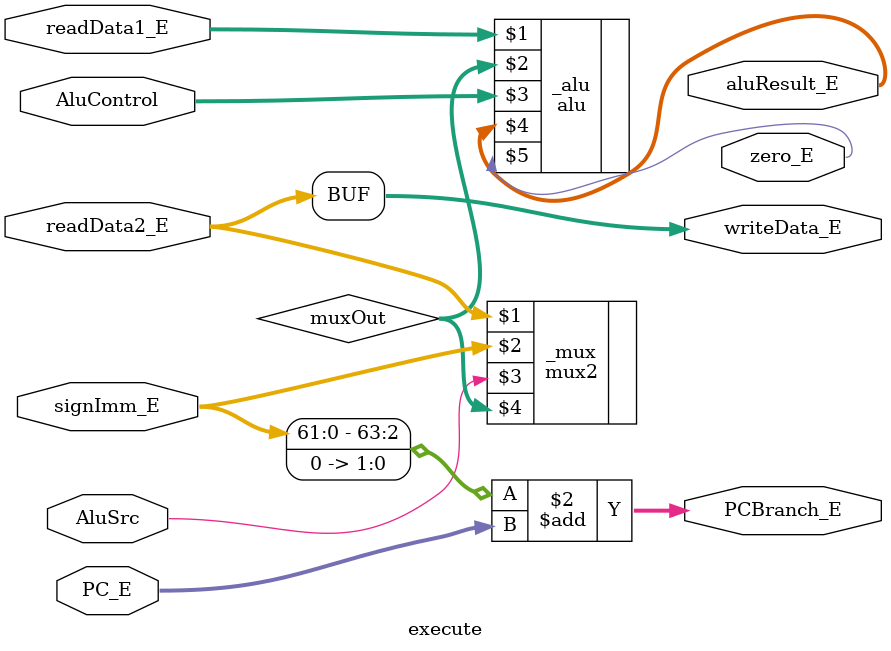
<source format=sv>
	module execute ( input logic AluSrc,
                    input logic[3:0] AluControl,
                    input logic[63:0] PC_E, signImm_E, readData1_E, readData2_E,
                    output logic[63:0] PCBranch_E, aluResult_E, writeData_E, 
                    output logic zero_E);
	
	assign writeData_E = readData2_E;
	mux2 _mux(readData2_E, signImm_E, AluSrc, muxOut);
	alu _alu(readData1_E, muxOut, AluControl, aluResult_E, zero_E);
	logic[63:0] muxOut;
	assign PCBranch_E = (signImm_E <<< 2) + PC_E;

endmodule
	
</source>
